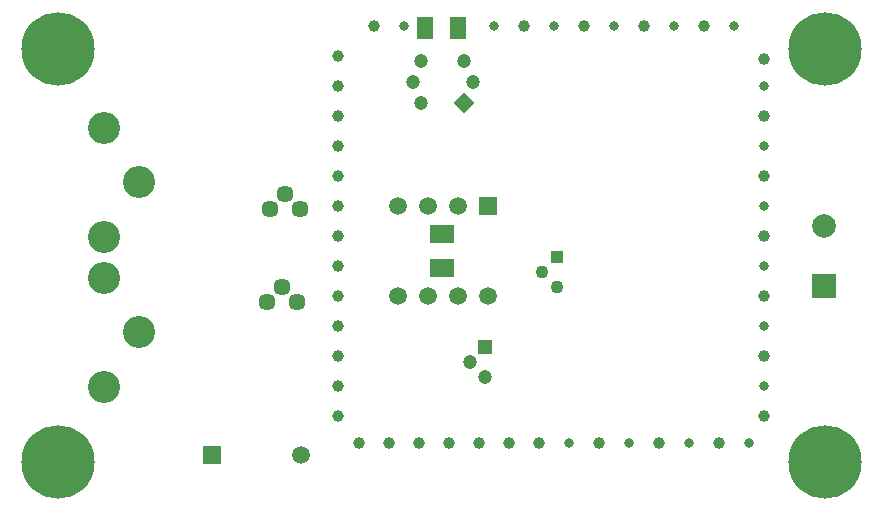
<source format=gbs>
G04*
G04 #@! TF.GenerationSoftware,Altium Limited,Altium Designer,24.9.1 (31)*
G04*
G04 Layer_Color=16711935*
%FSLAX44Y44*%
%MOMM*%
G71*
G04*
G04 #@! TF.SameCoordinates,CAE1AE67-0460-43A2-896A-31C629D7927E*
G04*
G04*
G04 #@! TF.FilePolarity,Negative*
G04*
G01*
G75*
%ADD26R,1.4032X1.8532*%
%ADD32R,2.0032X1.5032*%
%ADD33R,1.5200X1.5200*%
%ADD34C,1.5200*%
%ADD35C,1.2000*%
%ADD36R,1.2000X1.2000*%
%ADD37R,1.4986X1.4986*%
%ADD38C,1.4986*%
%ADD39C,2.7200*%
%ADD40C,1.4500*%
%ADD41P,1.6971X4X90.0*%
%ADD42C,6.2032*%
%ADD43C,2.0032*%
%ADD44R,2.0032X2.0032*%
%ADD45C,1.1000*%
%ADD46R,1.1000X1.1000*%
%ADD47C,1.0032*%
%ADD48C,0.8032*%
D26*
X360650Y417830D02*
D03*
X388650D02*
D03*
D32*
X375000Y214100D02*
D03*
Y243100D02*
D03*
D33*
X180690Y55880D02*
D03*
D34*
X256190D02*
D03*
D35*
X411480Y121920D02*
D03*
X398780Y134620D02*
D03*
X350520Y372110D02*
D03*
X393881Y390070D02*
D03*
X357960Y354150D02*
D03*
Y390070D02*
D03*
X401320Y372110D02*
D03*
D36*
X411480Y147320D02*
D03*
D37*
X414020Y266700D02*
D03*
D38*
X388620D02*
D03*
X363220D02*
D03*
X337820D02*
D03*
Y190500D02*
D03*
X363220D02*
D03*
X388620D02*
D03*
X414020D02*
D03*
D39*
X118850Y160000D02*
D03*
X88850Y206350D02*
D03*
Y113650D02*
D03*
Y240650D02*
D03*
Y333350D02*
D03*
X118850Y287000D02*
D03*
D40*
X252730Y185640D02*
D03*
X240030Y198340D02*
D03*
X227330Y185640D02*
D03*
X229870Y264380D02*
D03*
X242570Y277080D02*
D03*
X255270Y264380D02*
D03*
D41*
X393881Y354150D02*
D03*
D42*
X700000Y400000D02*
D03*
X50000Y50000D02*
D03*
X700000D02*
D03*
X50000Y400000D02*
D03*
D43*
X698500Y250400D02*
D03*
D44*
Y199600D02*
D03*
D45*
X459740Y210820D02*
D03*
X472440Y198120D02*
D03*
D46*
Y223520D02*
D03*
D47*
X647700Y391160D02*
D03*
Y342900D02*
D03*
Y292100D02*
D03*
Y241300D02*
D03*
Y190500D02*
D03*
Y139700D02*
D03*
X647715Y89347D02*
D03*
X609600Y66040D02*
D03*
X558800D02*
D03*
X508000D02*
D03*
X457200D02*
D03*
X406400D02*
D03*
X381000D02*
D03*
X355600D02*
D03*
X304800D02*
D03*
X287020Y88900D02*
D03*
Y114300D02*
D03*
Y139700D02*
D03*
Y165100D02*
D03*
Y190500D02*
D03*
Y215900D02*
D03*
Y241300D02*
D03*
Y266700D02*
D03*
Y292100D02*
D03*
Y317500D02*
D03*
Y342900D02*
D03*
Y393700D02*
D03*
Y368300D02*
D03*
X317500Y419100D02*
D03*
X444500D02*
D03*
X495300D02*
D03*
X546100D02*
D03*
X596900D02*
D03*
X330200Y66040D02*
D03*
X431800D02*
D03*
D48*
X647700Y368300D02*
D03*
Y317500D02*
D03*
Y266700D02*
D03*
Y215900D02*
D03*
Y165100D02*
D03*
X622300Y419100D02*
D03*
X571500D02*
D03*
X520700D02*
D03*
X469900D02*
D03*
X419100D02*
D03*
X342900D02*
D03*
X482600Y66040D02*
D03*
X533400D02*
D03*
X584200D02*
D03*
X635000D02*
D03*
X647700Y114300D02*
D03*
M02*

</source>
